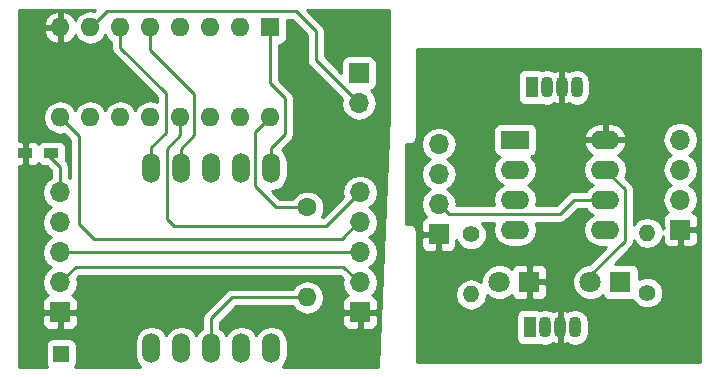
<source format=gbr>
G04 #@! TF.FileFunction,Copper,L2,Bot,Signal*
%FSLAX46Y46*%
G04 Gerber Fmt 4.6, Leading zero omitted, Abs format (unit mm)*
G04 Created by KiCad (PCBNEW 4.0.7) date 12/08/18 06:10:40*
%MOMM*%
%LPD*%
G01*
G04 APERTURE LIST*
%ADD10C,0.100000*%
%ADD11R,1.700000X1.700000*%
%ADD12O,1.700000X1.700000*%
%ADD13R,1.600000X1.600000*%
%ADD14O,1.600000X1.600000*%
%ADD15O,1.524000X2.524000*%
%ADD16R,1.200000X0.900000*%
%ADD17C,1.600000*%
%ADD18R,1.350000X1.350000*%
%ADD19R,2.400000X1.600000*%
%ADD20O,2.400000X1.600000*%
%ADD21R,1.800000X1.800000*%
%ADD22C,1.800000*%
%ADD23C,1.400000*%
%ADD24O,1.400000X1.400000*%
%ADD25R,1.070000X1.800000*%
%ADD26O,1.070000X1.800000*%
%ADD27C,0.250000*%
%ADD28C,0.254000*%
G04 APERTURE END LIST*
D10*
D11*
X100584000Y-28498800D03*
D12*
X100584000Y-31038800D03*
D11*
X100685600Y-48768000D03*
D12*
X100685600Y-46228000D03*
X100685600Y-43688000D03*
X100685600Y-41148000D03*
X100685600Y-38608000D03*
D13*
X93065600Y-24638000D03*
D14*
X75285600Y-32258000D03*
X90525600Y-24638000D03*
X77825600Y-32258000D03*
X87985600Y-24638000D03*
X80365600Y-32258000D03*
X85445600Y-24638000D03*
X82905600Y-32258000D03*
X82905600Y-24638000D03*
X85445600Y-32258000D03*
X80365600Y-24638000D03*
X87985600Y-32258000D03*
X77825600Y-24638000D03*
X90525600Y-32258000D03*
X75285600Y-24638000D03*
X93065600Y-32258000D03*
D15*
X83007200Y-51816000D03*
X85547200Y-51816000D03*
X88087200Y-51816000D03*
X90627200Y-51816000D03*
X93167200Y-51816000D03*
X93167200Y-36576000D03*
X90627200Y-36576000D03*
X88087200Y-36576000D03*
X85547200Y-36576000D03*
X83007200Y-36576000D03*
D11*
X75285600Y-48768000D03*
D12*
X75285600Y-46228000D03*
X75285600Y-43688000D03*
X75285600Y-41148000D03*
X75285600Y-38608000D03*
D16*
X72356800Y-35306000D03*
X74556800Y-35306000D03*
D17*
X96215200Y-39878000D03*
D14*
X96215200Y-47498000D03*
D18*
X75387200Y-52273200D03*
D19*
X113817400Y-34137600D03*
D20*
X121437400Y-41757600D03*
X113817400Y-36677600D03*
X121437400Y-39217600D03*
X113817400Y-39217600D03*
X121437400Y-36677600D03*
X113817400Y-41757600D03*
X121437400Y-34137600D03*
D11*
X107340400Y-42138600D03*
D12*
X107340400Y-39598600D03*
X107340400Y-37058600D03*
X107340400Y-34518600D03*
D21*
X122732800Y-46177200D03*
D22*
X120192800Y-46177200D03*
D21*
X115011200Y-46177200D03*
D22*
X112471200Y-46177200D03*
D11*
X127787400Y-41757600D03*
D12*
X127787400Y-39217600D03*
X127787400Y-36677600D03*
X127787400Y-34137600D03*
D23*
X125018800Y-47091600D03*
D24*
X125018800Y-42011600D03*
D23*
X110083600Y-42164000D03*
D24*
X110083600Y-47244000D03*
D25*
X115214400Y-29692600D03*
D26*
X116484400Y-29692600D03*
X117754400Y-29692600D03*
X119024400Y-29692600D03*
D25*
X115087400Y-50012600D03*
D26*
X116357400Y-50012600D03*
X117627400Y-50012600D03*
X118897400Y-50012600D03*
D27*
X100685600Y-43688000D02*
X75285600Y-43688000D01*
X100685600Y-46228000D02*
X100584000Y-46228000D01*
X100584000Y-46228000D02*
X99263200Y-44907200D01*
X99263200Y-44907200D02*
X76606400Y-44907200D01*
X76606400Y-44907200D02*
X75285600Y-46228000D01*
X96215200Y-39878000D02*
X93573600Y-39878000D01*
X91795600Y-33528000D02*
X93065600Y-32258000D01*
X91795600Y-38100000D02*
X91795600Y-33528000D01*
X93573600Y-39878000D02*
X91795600Y-38100000D01*
X77825600Y-24638000D02*
X77876400Y-24638000D01*
X77876400Y-24638000D02*
X79248000Y-23266400D01*
X79248000Y-23266400D02*
X95250000Y-23266400D01*
X95250000Y-23266400D02*
X96926400Y-24942800D01*
X96926400Y-24942800D02*
X96926400Y-27381200D01*
X96926400Y-27381200D02*
X100584000Y-31038800D01*
X100685600Y-41148000D02*
X100533200Y-41148000D01*
X100533200Y-41148000D02*
X99161600Y-42519600D01*
X99161600Y-42519600D02*
X78130400Y-42519600D01*
X78130400Y-42519600D02*
X76860400Y-41249600D01*
X76860400Y-41249600D02*
X76860400Y-33832800D01*
X76860400Y-33832800D02*
X75285600Y-32258000D01*
X75285600Y-32258000D02*
X75285600Y-32918400D01*
X93167200Y-36576000D02*
X93167200Y-34848800D01*
X93065600Y-29362400D02*
X93065600Y-24638000D01*
X94335600Y-30632400D02*
X93065600Y-29362400D01*
X94335600Y-33680400D02*
X94335600Y-30632400D01*
X93167200Y-34848800D02*
X94335600Y-33680400D01*
X85547200Y-36576000D02*
X85547200Y-34899600D01*
X82905600Y-26517600D02*
X82905600Y-24638000D01*
X86664800Y-30276800D02*
X82905600Y-26517600D01*
X86664800Y-33782000D02*
X86664800Y-30276800D01*
X85547200Y-34899600D02*
X86664800Y-33782000D01*
X83007200Y-36576000D02*
X83007200Y-34798000D01*
X80365600Y-26365200D02*
X80365600Y-24638000D01*
X84226400Y-30226000D02*
X80365600Y-26365200D01*
X84226400Y-33578800D02*
X84226400Y-30226000D01*
X83007200Y-34798000D02*
X84226400Y-33578800D01*
X100685600Y-38608000D02*
X97840800Y-41452800D01*
X85445600Y-33782000D02*
X85445600Y-32258000D01*
X84328000Y-34899600D02*
X85445600Y-33782000D01*
X84328000Y-40843200D02*
X84328000Y-34899600D01*
X84937600Y-41452800D02*
X84328000Y-40843200D01*
X97840800Y-41452800D02*
X84937600Y-41452800D01*
X75285600Y-38608000D02*
X75285600Y-36435600D01*
X75285600Y-36435600D02*
X74257600Y-35407600D01*
X96215200Y-47498000D02*
X89865200Y-47498000D01*
X88087200Y-49276000D02*
X88087200Y-51816000D01*
X89865200Y-47498000D02*
X88087200Y-49276000D01*
X88087200Y-36576000D02*
X88087200Y-36017200D01*
X120091200Y-46177200D02*
X120091200Y-45720000D01*
X120091200Y-45720000D02*
X123088400Y-42722800D01*
X123088400Y-42722800D02*
X123088400Y-38328600D01*
X123088400Y-38328600D02*
X121437400Y-36677600D01*
X121437400Y-36677600D02*
X121920000Y-36677600D01*
X121437400Y-39217600D02*
X118821200Y-39217600D01*
X108178600Y-40436800D02*
X107340400Y-39598600D01*
X117602000Y-40436800D02*
X108178600Y-40436800D01*
X118821200Y-39217600D02*
X117602000Y-40436800D01*
D28*
G36*
X78191858Y-23247740D02*
X77825600Y-23174887D01*
X77276449Y-23284120D01*
X76810902Y-23595189D01*
X76540614Y-23999703D01*
X76437989Y-23782866D01*
X76023023Y-23406959D01*
X75634639Y-23246096D01*
X75412600Y-23368085D01*
X75412600Y-24511000D01*
X75432600Y-24511000D01*
X75432600Y-24765000D01*
X75412600Y-24765000D01*
X75412600Y-25907915D01*
X75634639Y-26029904D01*
X76023023Y-25869041D01*
X76437989Y-25493134D01*
X76540614Y-25276297D01*
X76810902Y-25680811D01*
X77276449Y-25991880D01*
X77825600Y-26101113D01*
X78374751Y-25991880D01*
X78840298Y-25680811D01*
X79095600Y-25298725D01*
X79350902Y-25680811D01*
X79605600Y-25850995D01*
X79605600Y-26365200D01*
X79663452Y-26656039D01*
X79828199Y-26902601D01*
X83466400Y-30540802D01*
X83466400Y-30911904D01*
X83454751Y-30904120D01*
X82905600Y-30794887D01*
X82356449Y-30904120D01*
X81890902Y-31215189D01*
X81635600Y-31597275D01*
X81380298Y-31215189D01*
X80914751Y-30904120D01*
X80365600Y-30794887D01*
X79816449Y-30904120D01*
X79350902Y-31215189D01*
X79095600Y-31597275D01*
X78840298Y-31215189D01*
X78374751Y-30904120D01*
X77825600Y-30794887D01*
X77276449Y-30904120D01*
X76810902Y-31215189D01*
X76555600Y-31597275D01*
X76300298Y-31215189D01*
X75834751Y-30904120D01*
X75285600Y-30794887D01*
X74736449Y-30904120D01*
X74270902Y-31215189D01*
X73959833Y-31680736D01*
X73850600Y-32229887D01*
X73850600Y-32286113D01*
X73959833Y-32835264D01*
X74270902Y-33300811D01*
X74736449Y-33611880D01*
X75285600Y-33721113D01*
X75609486Y-33656688D01*
X76100400Y-34147602D01*
X76100400Y-37381315D01*
X76045600Y-37344699D01*
X76045600Y-36435600D01*
X75987748Y-36144761D01*
X75823001Y-35898199D01*
X75783453Y-35858651D01*
X75804240Y-35756000D01*
X75804240Y-34856000D01*
X75759962Y-34620683D01*
X75620890Y-34404559D01*
X75408690Y-34259569D01*
X75156800Y-34208560D01*
X73956800Y-34208560D01*
X73721483Y-34252838D01*
X73505359Y-34391910D01*
X73458831Y-34460006D01*
X73316498Y-34317673D01*
X73083109Y-34221000D01*
X72642550Y-34221000D01*
X72483800Y-34379750D01*
X72483800Y-35179000D01*
X72503800Y-35179000D01*
X72503800Y-35433000D01*
X72483800Y-35433000D01*
X72483800Y-36232250D01*
X72642550Y-36391000D01*
X73083109Y-36391000D01*
X73316498Y-36294327D01*
X73457736Y-36153090D01*
X73492710Y-36207441D01*
X73704910Y-36352431D01*
X73956800Y-36403440D01*
X74178638Y-36403440D01*
X74525600Y-36750402D01*
X74525600Y-37344699D01*
X74206453Y-37557946D01*
X73884546Y-38039715D01*
X73771507Y-38608000D01*
X73884546Y-39176285D01*
X74206453Y-39658054D01*
X74535626Y-39878000D01*
X74206453Y-40097946D01*
X73884546Y-40579715D01*
X73771507Y-41148000D01*
X73884546Y-41716285D01*
X74206453Y-42198054D01*
X74535626Y-42418000D01*
X74206453Y-42637946D01*
X73884546Y-43119715D01*
X73771507Y-43688000D01*
X73884546Y-44256285D01*
X74206453Y-44738054D01*
X74535626Y-44958000D01*
X74206453Y-45177946D01*
X73884546Y-45659715D01*
X73771507Y-46228000D01*
X73884546Y-46796285D01*
X74206453Y-47278054D01*
X74250377Y-47307403D01*
X74075902Y-47379673D01*
X73897273Y-47558301D01*
X73800600Y-47791690D01*
X73800600Y-48482250D01*
X73959350Y-48641000D01*
X75158600Y-48641000D01*
X75158600Y-48621000D01*
X75412600Y-48621000D01*
X75412600Y-48641000D01*
X76611850Y-48641000D01*
X76770600Y-48482250D01*
X76770600Y-47791690D01*
X76673927Y-47558301D01*
X76495298Y-47379673D01*
X76320823Y-47307403D01*
X76364747Y-47278054D01*
X76686654Y-46796285D01*
X76799693Y-46228000D01*
X76726810Y-45861592D01*
X76921202Y-45667200D01*
X98948398Y-45667200D01*
X99227534Y-45946336D01*
X99171507Y-46228000D01*
X99284546Y-46796285D01*
X99606453Y-47278054D01*
X99650377Y-47307403D01*
X99475902Y-47379673D01*
X99297273Y-47558301D01*
X99200600Y-47791690D01*
X99200600Y-48482250D01*
X99359350Y-48641000D01*
X100558600Y-48641000D01*
X100558600Y-48621000D01*
X100812600Y-48621000D01*
X100812600Y-48641000D01*
X102011850Y-48641000D01*
X102170600Y-48482250D01*
X102170600Y-47791690D01*
X102073927Y-47558301D01*
X101895298Y-47379673D01*
X101720823Y-47307403D01*
X101764747Y-47278054D01*
X102086654Y-46796285D01*
X102199693Y-46228000D01*
X102086654Y-45659715D01*
X101764747Y-45177946D01*
X101435574Y-44958000D01*
X101764747Y-44738054D01*
X102086654Y-44256285D01*
X102199693Y-43688000D01*
X102086654Y-43119715D01*
X101764747Y-42637946D01*
X101435574Y-42418000D01*
X101764747Y-42198054D01*
X102086654Y-41716285D01*
X102199693Y-41148000D01*
X102086654Y-40579715D01*
X101764747Y-40097946D01*
X101435574Y-39878000D01*
X101764747Y-39658054D01*
X102086654Y-39176285D01*
X102199693Y-38608000D01*
X102086654Y-38039715D01*
X101764747Y-37557946D01*
X101282978Y-37236039D01*
X100714693Y-37123000D01*
X100656507Y-37123000D01*
X100088222Y-37236039D01*
X99606453Y-37557946D01*
X99284546Y-38039715D01*
X99171507Y-38608000D01*
X99244390Y-38974408D01*
X97525998Y-40692800D01*
X97430145Y-40692800D01*
X97431024Y-40691923D01*
X97649950Y-40164691D01*
X97650448Y-39593813D01*
X97432443Y-39066200D01*
X97029123Y-38662176D01*
X96501891Y-38443250D01*
X95931013Y-38442752D01*
X95403400Y-38660757D01*
X94999376Y-39064077D01*
X94976985Y-39118000D01*
X93888402Y-39118000D01*
X93261757Y-38491355D01*
X93701809Y-38403824D01*
X94155028Y-38100992D01*
X94457860Y-37647773D01*
X94564200Y-37113164D01*
X94564200Y-36038836D01*
X94457860Y-35504227D01*
X94155028Y-35051008D01*
X94085950Y-35004852D01*
X94873001Y-34217801D01*
X95037748Y-33971239D01*
X95095600Y-33680400D01*
X95095600Y-30632400D01*
X95082718Y-30567640D01*
X95037748Y-30341560D01*
X94873001Y-30094999D01*
X93825600Y-29047598D01*
X93825600Y-26085440D01*
X93865600Y-26085440D01*
X94100917Y-26041162D01*
X94317041Y-25902090D01*
X94462031Y-25689890D01*
X94513040Y-25438000D01*
X94513040Y-24026400D01*
X94935198Y-24026400D01*
X96166400Y-25257602D01*
X96166400Y-27381200D01*
X96224252Y-27672039D01*
X96388999Y-27918601D01*
X99142790Y-30672392D01*
X99069907Y-31038800D01*
X99182946Y-31607085D01*
X99504853Y-32088854D01*
X99986622Y-32410761D01*
X100554907Y-32523800D01*
X100613093Y-32523800D01*
X101181378Y-32410761D01*
X101663147Y-32088854D01*
X101985054Y-31607085D01*
X102098093Y-31038800D01*
X101985054Y-30470515D01*
X101663147Y-29988746D01*
X101621548Y-29960950D01*
X101669317Y-29951962D01*
X101885441Y-29812890D01*
X102030431Y-29600690D01*
X102081440Y-29348800D01*
X102081440Y-27648800D01*
X102037162Y-27413483D01*
X101898090Y-27197359D01*
X101685890Y-27052369D01*
X101434000Y-27001360D01*
X99734000Y-27001360D01*
X99498683Y-27045638D01*
X99282559Y-27184710D01*
X99137569Y-27396910D01*
X99086560Y-27648800D01*
X99086560Y-28466558D01*
X97686400Y-27066398D01*
X97686400Y-24942800D01*
X97628548Y-24651961D01*
X97463801Y-24405399D01*
X96222002Y-23163600D01*
X103176000Y-23163600D01*
X103176000Y-32019432D01*
X102195689Y-53341200D01*
X94154717Y-53341200D01*
X94155028Y-53340992D01*
X94457860Y-52887773D01*
X94564200Y-52353164D01*
X94564200Y-51278836D01*
X94457860Y-50744227D01*
X94155028Y-50291008D01*
X93701809Y-49988176D01*
X93167200Y-49881836D01*
X92632591Y-49988176D01*
X92179372Y-50291008D01*
X91897200Y-50713307D01*
X91615028Y-50291008D01*
X91161809Y-49988176D01*
X90627200Y-49881836D01*
X90092591Y-49988176D01*
X89639372Y-50291008D01*
X89357200Y-50713307D01*
X89075028Y-50291008D01*
X88847200Y-50138778D01*
X88847200Y-49590802D01*
X89384252Y-49053750D01*
X99200600Y-49053750D01*
X99200600Y-49744310D01*
X99297273Y-49977699D01*
X99475902Y-50156327D01*
X99709291Y-50253000D01*
X100399850Y-50253000D01*
X100558600Y-50094250D01*
X100558600Y-48895000D01*
X100812600Y-48895000D01*
X100812600Y-50094250D01*
X100971350Y-50253000D01*
X101661909Y-50253000D01*
X101895298Y-50156327D01*
X102073927Y-49977699D01*
X102170600Y-49744310D01*
X102170600Y-49053750D01*
X102011850Y-48895000D01*
X100812600Y-48895000D01*
X100558600Y-48895000D01*
X99359350Y-48895000D01*
X99200600Y-49053750D01*
X89384252Y-49053750D01*
X90180002Y-48258000D01*
X95011533Y-48258000D01*
X95200502Y-48540811D01*
X95666049Y-48851880D01*
X96215200Y-48961113D01*
X96764351Y-48851880D01*
X97229898Y-48540811D01*
X97540967Y-48075264D01*
X97650200Y-47526113D01*
X97650200Y-47469887D01*
X97540967Y-46920736D01*
X97229898Y-46455189D01*
X96764351Y-46144120D01*
X96215200Y-46034887D01*
X95666049Y-46144120D01*
X95200502Y-46455189D01*
X95011533Y-46738000D01*
X89865200Y-46738000D01*
X89574361Y-46795852D01*
X89327799Y-46960599D01*
X87549799Y-48738599D01*
X87385052Y-48985161D01*
X87327200Y-49276000D01*
X87327200Y-50138778D01*
X87099372Y-50291008D01*
X86817200Y-50713307D01*
X86535028Y-50291008D01*
X86081809Y-49988176D01*
X85547200Y-49881836D01*
X85012591Y-49988176D01*
X84559372Y-50291008D01*
X84277200Y-50713307D01*
X83995028Y-50291008D01*
X83541809Y-49988176D01*
X83007200Y-49881836D01*
X82472591Y-49988176D01*
X82019372Y-50291008D01*
X81716540Y-50744227D01*
X81610200Y-51278836D01*
X81610200Y-52353164D01*
X81716540Y-52887773D01*
X82019372Y-53340992D01*
X82019683Y-53341200D01*
X76562215Y-53341200D01*
X76658631Y-53200090D01*
X76709640Y-52948200D01*
X76709640Y-51598200D01*
X76665362Y-51362883D01*
X76526290Y-51146759D01*
X76314090Y-51001769D01*
X76062200Y-50950760D01*
X74712200Y-50950760D01*
X74476883Y-50995038D01*
X74260759Y-51134110D01*
X74115769Y-51346310D01*
X74064760Y-51598200D01*
X74064760Y-52948200D01*
X74109038Y-53183517D01*
X74210504Y-53341200D01*
X71779200Y-53341200D01*
X71779200Y-49053750D01*
X73800600Y-49053750D01*
X73800600Y-49744310D01*
X73897273Y-49977699D01*
X74075902Y-50156327D01*
X74309291Y-50253000D01*
X74999850Y-50253000D01*
X75158600Y-50094250D01*
X75158600Y-48895000D01*
X75412600Y-48895000D01*
X75412600Y-50094250D01*
X75571350Y-50253000D01*
X76261909Y-50253000D01*
X76495298Y-50156327D01*
X76673927Y-49977699D01*
X76770600Y-49744310D01*
X76770600Y-49053750D01*
X76611850Y-48895000D01*
X75412600Y-48895000D01*
X75158600Y-48895000D01*
X73959350Y-48895000D01*
X73800600Y-49053750D01*
X71779200Y-49053750D01*
X71779200Y-36391000D01*
X72071050Y-36391000D01*
X72229800Y-36232250D01*
X72229800Y-35433000D01*
X72209800Y-35433000D01*
X72209800Y-35179000D01*
X72229800Y-35179000D01*
X72229800Y-34379750D01*
X72071050Y-34221000D01*
X71779200Y-34221000D01*
X71779200Y-24987041D01*
X73893686Y-24987041D01*
X74133211Y-25493134D01*
X74548177Y-25869041D01*
X74936561Y-26029904D01*
X75158600Y-25907915D01*
X75158600Y-24765000D01*
X74014971Y-24765000D01*
X73893686Y-24987041D01*
X71779200Y-24987041D01*
X71779200Y-24288959D01*
X73893686Y-24288959D01*
X74014971Y-24511000D01*
X75158600Y-24511000D01*
X75158600Y-23368085D01*
X74936561Y-23246096D01*
X74548177Y-23406959D01*
X74133211Y-23782866D01*
X73893686Y-24288959D01*
X71779200Y-24288959D01*
X71779200Y-23163600D01*
X78275998Y-23163600D01*
X78191858Y-23247740D01*
X78191858Y-23247740D01*
G37*
X78191858Y-23247740D02*
X77825600Y-23174887D01*
X77276449Y-23284120D01*
X76810902Y-23595189D01*
X76540614Y-23999703D01*
X76437989Y-23782866D01*
X76023023Y-23406959D01*
X75634639Y-23246096D01*
X75412600Y-23368085D01*
X75412600Y-24511000D01*
X75432600Y-24511000D01*
X75432600Y-24765000D01*
X75412600Y-24765000D01*
X75412600Y-25907915D01*
X75634639Y-26029904D01*
X76023023Y-25869041D01*
X76437989Y-25493134D01*
X76540614Y-25276297D01*
X76810902Y-25680811D01*
X77276449Y-25991880D01*
X77825600Y-26101113D01*
X78374751Y-25991880D01*
X78840298Y-25680811D01*
X79095600Y-25298725D01*
X79350902Y-25680811D01*
X79605600Y-25850995D01*
X79605600Y-26365200D01*
X79663452Y-26656039D01*
X79828199Y-26902601D01*
X83466400Y-30540802D01*
X83466400Y-30911904D01*
X83454751Y-30904120D01*
X82905600Y-30794887D01*
X82356449Y-30904120D01*
X81890902Y-31215189D01*
X81635600Y-31597275D01*
X81380298Y-31215189D01*
X80914751Y-30904120D01*
X80365600Y-30794887D01*
X79816449Y-30904120D01*
X79350902Y-31215189D01*
X79095600Y-31597275D01*
X78840298Y-31215189D01*
X78374751Y-30904120D01*
X77825600Y-30794887D01*
X77276449Y-30904120D01*
X76810902Y-31215189D01*
X76555600Y-31597275D01*
X76300298Y-31215189D01*
X75834751Y-30904120D01*
X75285600Y-30794887D01*
X74736449Y-30904120D01*
X74270902Y-31215189D01*
X73959833Y-31680736D01*
X73850600Y-32229887D01*
X73850600Y-32286113D01*
X73959833Y-32835264D01*
X74270902Y-33300811D01*
X74736449Y-33611880D01*
X75285600Y-33721113D01*
X75609486Y-33656688D01*
X76100400Y-34147602D01*
X76100400Y-37381315D01*
X76045600Y-37344699D01*
X76045600Y-36435600D01*
X75987748Y-36144761D01*
X75823001Y-35898199D01*
X75783453Y-35858651D01*
X75804240Y-35756000D01*
X75804240Y-34856000D01*
X75759962Y-34620683D01*
X75620890Y-34404559D01*
X75408690Y-34259569D01*
X75156800Y-34208560D01*
X73956800Y-34208560D01*
X73721483Y-34252838D01*
X73505359Y-34391910D01*
X73458831Y-34460006D01*
X73316498Y-34317673D01*
X73083109Y-34221000D01*
X72642550Y-34221000D01*
X72483800Y-34379750D01*
X72483800Y-35179000D01*
X72503800Y-35179000D01*
X72503800Y-35433000D01*
X72483800Y-35433000D01*
X72483800Y-36232250D01*
X72642550Y-36391000D01*
X73083109Y-36391000D01*
X73316498Y-36294327D01*
X73457736Y-36153090D01*
X73492710Y-36207441D01*
X73704910Y-36352431D01*
X73956800Y-36403440D01*
X74178638Y-36403440D01*
X74525600Y-36750402D01*
X74525600Y-37344699D01*
X74206453Y-37557946D01*
X73884546Y-38039715D01*
X73771507Y-38608000D01*
X73884546Y-39176285D01*
X74206453Y-39658054D01*
X74535626Y-39878000D01*
X74206453Y-40097946D01*
X73884546Y-40579715D01*
X73771507Y-41148000D01*
X73884546Y-41716285D01*
X74206453Y-42198054D01*
X74535626Y-42418000D01*
X74206453Y-42637946D01*
X73884546Y-43119715D01*
X73771507Y-43688000D01*
X73884546Y-44256285D01*
X74206453Y-44738054D01*
X74535626Y-44958000D01*
X74206453Y-45177946D01*
X73884546Y-45659715D01*
X73771507Y-46228000D01*
X73884546Y-46796285D01*
X74206453Y-47278054D01*
X74250377Y-47307403D01*
X74075902Y-47379673D01*
X73897273Y-47558301D01*
X73800600Y-47791690D01*
X73800600Y-48482250D01*
X73959350Y-48641000D01*
X75158600Y-48641000D01*
X75158600Y-48621000D01*
X75412600Y-48621000D01*
X75412600Y-48641000D01*
X76611850Y-48641000D01*
X76770600Y-48482250D01*
X76770600Y-47791690D01*
X76673927Y-47558301D01*
X76495298Y-47379673D01*
X76320823Y-47307403D01*
X76364747Y-47278054D01*
X76686654Y-46796285D01*
X76799693Y-46228000D01*
X76726810Y-45861592D01*
X76921202Y-45667200D01*
X98948398Y-45667200D01*
X99227534Y-45946336D01*
X99171507Y-46228000D01*
X99284546Y-46796285D01*
X99606453Y-47278054D01*
X99650377Y-47307403D01*
X99475902Y-47379673D01*
X99297273Y-47558301D01*
X99200600Y-47791690D01*
X99200600Y-48482250D01*
X99359350Y-48641000D01*
X100558600Y-48641000D01*
X100558600Y-48621000D01*
X100812600Y-48621000D01*
X100812600Y-48641000D01*
X102011850Y-48641000D01*
X102170600Y-48482250D01*
X102170600Y-47791690D01*
X102073927Y-47558301D01*
X101895298Y-47379673D01*
X101720823Y-47307403D01*
X101764747Y-47278054D01*
X102086654Y-46796285D01*
X102199693Y-46228000D01*
X102086654Y-45659715D01*
X101764747Y-45177946D01*
X101435574Y-44958000D01*
X101764747Y-44738054D01*
X102086654Y-44256285D01*
X102199693Y-43688000D01*
X102086654Y-43119715D01*
X101764747Y-42637946D01*
X101435574Y-42418000D01*
X101764747Y-42198054D01*
X102086654Y-41716285D01*
X102199693Y-41148000D01*
X102086654Y-40579715D01*
X101764747Y-40097946D01*
X101435574Y-39878000D01*
X101764747Y-39658054D01*
X102086654Y-39176285D01*
X102199693Y-38608000D01*
X102086654Y-38039715D01*
X101764747Y-37557946D01*
X101282978Y-37236039D01*
X100714693Y-37123000D01*
X100656507Y-37123000D01*
X100088222Y-37236039D01*
X99606453Y-37557946D01*
X99284546Y-38039715D01*
X99171507Y-38608000D01*
X99244390Y-38974408D01*
X97525998Y-40692800D01*
X97430145Y-40692800D01*
X97431024Y-40691923D01*
X97649950Y-40164691D01*
X97650448Y-39593813D01*
X97432443Y-39066200D01*
X97029123Y-38662176D01*
X96501891Y-38443250D01*
X95931013Y-38442752D01*
X95403400Y-38660757D01*
X94999376Y-39064077D01*
X94976985Y-39118000D01*
X93888402Y-39118000D01*
X93261757Y-38491355D01*
X93701809Y-38403824D01*
X94155028Y-38100992D01*
X94457860Y-37647773D01*
X94564200Y-37113164D01*
X94564200Y-36038836D01*
X94457860Y-35504227D01*
X94155028Y-35051008D01*
X94085950Y-35004852D01*
X94873001Y-34217801D01*
X95037748Y-33971239D01*
X95095600Y-33680400D01*
X95095600Y-30632400D01*
X95082718Y-30567640D01*
X95037748Y-30341560D01*
X94873001Y-30094999D01*
X93825600Y-29047598D01*
X93825600Y-26085440D01*
X93865600Y-26085440D01*
X94100917Y-26041162D01*
X94317041Y-25902090D01*
X94462031Y-25689890D01*
X94513040Y-25438000D01*
X94513040Y-24026400D01*
X94935198Y-24026400D01*
X96166400Y-25257602D01*
X96166400Y-27381200D01*
X96224252Y-27672039D01*
X96388999Y-27918601D01*
X99142790Y-30672392D01*
X99069907Y-31038800D01*
X99182946Y-31607085D01*
X99504853Y-32088854D01*
X99986622Y-32410761D01*
X100554907Y-32523800D01*
X100613093Y-32523800D01*
X101181378Y-32410761D01*
X101663147Y-32088854D01*
X101985054Y-31607085D01*
X102098093Y-31038800D01*
X101985054Y-30470515D01*
X101663147Y-29988746D01*
X101621548Y-29960950D01*
X101669317Y-29951962D01*
X101885441Y-29812890D01*
X102030431Y-29600690D01*
X102081440Y-29348800D01*
X102081440Y-27648800D01*
X102037162Y-27413483D01*
X101898090Y-27197359D01*
X101685890Y-27052369D01*
X101434000Y-27001360D01*
X99734000Y-27001360D01*
X99498683Y-27045638D01*
X99282559Y-27184710D01*
X99137569Y-27396910D01*
X99086560Y-27648800D01*
X99086560Y-28466558D01*
X97686400Y-27066398D01*
X97686400Y-24942800D01*
X97628548Y-24651961D01*
X97463801Y-24405399D01*
X96222002Y-23163600D01*
X103176000Y-23163600D01*
X103176000Y-32019432D01*
X102195689Y-53341200D01*
X94154717Y-53341200D01*
X94155028Y-53340992D01*
X94457860Y-52887773D01*
X94564200Y-52353164D01*
X94564200Y-51278836D01*
X94457860Y-50744227D01*
X94155028Y-50291008D01*
X93701809Y-49988176D01*
X93167200Y-49881836D01*
X92632591Y-49988176D01*
X92179372Y-50291008D01*
X91897200Y-50713307D01*
X91615028Y-50291008D01*
X91161809Y-49988176D01*
X90627200Y-49881836D01*
X90092591Y-49988176D01*
X89639372Y-50291008D01*
X89357200Y-50713307D01*
X89075028Y-50291008D01*
X88847200Y-50138778D01*
X88847200Y-49590802D01*
X89384252Y-49053750D01*
X99200600Y-49053750D01*
X99200600Y-49744310D01*
X99297273Y-49977699D01*
X99475902Y-50156327D01*
X99709291Y-50253000D01*
X100399850Y-50253000D01*
X100558600Y-50094250D01*
X100558600Y-48895000D01*
X100812600Y-48895000D01*
X100812600Y-50094250D01*
X100971350Y-50253000D01*
X101661909Y-50253000D01*
X101895298Y-50156327D01*
X102073927Y-49977699D01*
X102170600Y-49744310D01*
X102170600Y-49053750D01*
X102011850Y-48895000D01*
X100812600Y-48895000D01*
X100558600Y-48895000D01*
X99359350Y-48895000D01*
X99200600Y-49053750D01*
X89384252Y-49053750D01*
X90180002Y-48258000D01*
X95011533Y-48258000D01*
X95200502Y-48540811D01*
X95666049Y-48851880D01*
X96215200Y-48961113D01*
X96764351Y-48851880D01*
X97229898Y-48540811D01*
X97540967Y-48075264D01*
X97650200Y-47526113D01*
X97650200Y-47469887D01*
X97540967Y-46920736D01*
X97229898Y-46455189D01*
X96764351Y-46144120D01*
X96215200Y-46034887D01*
X95666049Y-46144120D01*
X95200502Y-46455189D01*
X95011533Y-46738000D01*
X89865200Y-46738000D01*
X89574361Y-46795852D01*
X89327799Y-46960599D01*
X87549799Y-48738599D01*
X87385052Y-48985161D01*
X87327200Y-49276000D01*
X87327200Y-50138778D01*
X87099372Y-50291008D01*
X86817200Y-50713307D01*
X86535028Y-50291008D01*
X86081809Y-49988176D01*
X85547200Y-49881836D01*
X85012591Y-49988176D01*
X84559372Y-50291008D01*
X84277200Y-50713307D01*
X83995028Y-50291008D01*
X83541809Y-49988176D01*
X83007200Y-49881836D01*
X82472591Y-49988176D01*
X82019372Y-50291008D01*
X81716540Y-50744227D01*
X81610200Y-51278836D01*
X81610200Y-52353164D01*
X81716540Y-52887773D01*
X82019372Y-53340992D01*
X82019683Y-53341200D01*
X76562215Y-53341200D01*
X76658631Y-53200090D01*
X76709640Y-52948200D01*
X76709640Y-51598200D01*
X76665362Y-51362883D01*
X76526290Y-51146759D01*
X76314090Y-51001769D01*
X76062200Y-50950760D01*
X74712200Y-50950760D01*
X74476883Y-50995038D01*
X74260759Y-51134110D01*
X74115769Y-51346310D01*
X74064760Y-51598200D01*
X74064760Y-52948200D01*
X74109038Y-53183517D01*
X74210504Y-53341200D01*
X71779200Y-53341200D01*
X71779200Y-49053750D01*
X73800600Y-49053750D01*
X73800600Y-49744310D01*
X73897273Y-49977699D01*
X74075902Y-50156327D01*
X74309291Y-50253000D01*
X74999850Y-50253000D01*
X75158600Y-50094250D01*
X75158600Y-48895000D01*
X75412600Y-48895000D01*
X75412600Y-50094250D01*
X75571350Y-50253000D01*
X76261909Y-50253000D01*
X76495298Y-50156327D01*
X76673927Y-49977699D01*
X76770600Y-49744310D01*
X76770600Y-49053750D01*
X76611850Y-48895000D01*
X75412600Y-48895000D01*
X75158600Y-48895000D01*
X73959350Y-48895000D01*
X73800600Y-49053750D01*
X71779200Y-49053750D01*
X71779200Y-36391000D01*
X72071050Y-36391000D01*
X72229800Y-36232250D01*
X72229800Y-35433000D01*
X72209800Y-35433000D01*
X72209800Y-35179000D01*
X72229800Y-35179000D01*
X72229800Y-34379750D01*
X72071050Y-34221000D01*
X71779200Y-34221000D01*
X71779200Y-24987041D01*
X73893686Y-24987041D01*
X74133211Y-25493134D01*
X74548177Y-25869041D01*
X74936561Y-26029904D01*
X75158600Y-25907915D01*
X75158600Y-24765000D01*
X74014971Y-24765000D01*
X73893686Y-24987041D01*
X71779200Y-24987041D01*
X71779200Y-24288959D01*
X73893686Y-24288959D01*
X74014971Y-24511000D01*
X75158600Y-24511000D01*
X75158600Y-23368085D01*
X74936561Y-23246096D01*
X74548177Y-23406959D01*
X74133211Y-23782866D01*
X73893686Y-24288959D01*
X71779200Y-24288959D01*
X71779200Y-23163600D01*
X78275998Y-23163600D01*
X78191858Y-23247740D01*
G36*
X129490400Y-52985600D02*
X105510400Y-52985600D01*
X105510400Y-49112600D01*
X113904960Y-49112600D01*
X113904960Y-50912600D01*
X113949238Y-51147917D01*
X114088310Y-51364041D01*
X114300510Y-51509031D01*
X114552400Y-51560040D01*
X115622400Y-51560040D01*
X115857717Y-51515762D01*
X115904877Y-51485415D01*
X115909660Y-51488611D01*
X116357400Y-51577672D01*
X116805140Y-51488611D01*
X117008166Y-51352954D01*
X117320017Y-51506500D01*
X117500400Y-51380844D01*
X117500400Y-50543410D01*
X117527400Y-50407672D01*
X117527400Y-49617528D01*
X117727400Y-49617528D01*
X117727400Y-50407672D01*
X117754400Y-50543410D01*
X117754400Y-51380844D01*
X117934783Y-51506500D01*
X118246634Y-51352954D01*
X118449660Y-51488611D01*
X118897400Y-51577672D01*
X119345140Y-51488611D01*
X119724715Y-51234987D01*
X119978339Y-50855412D01*
X120067400Y-50407672D01*
X120067400Y-49617528D01*
X119978339Y-49169788D01*
X119724715Y-48790213D01*
X119345140Y-48536589D01*
X118897400Y-48447528D01*
X118449660Y-48536589D01*
X118246634Y-48672246D01*
X117934783Y-48518700D01*
X117754400Y-48644356D01*
X117754400Y-49481790D01*
X117727400Y-49617528D01*
X117527400Y-49617528D01*
X117500400Y-49481790D01*
X117500400Y-48644356D01*
X117320017Y-48518700D01*
X117008166Y-48672246D01*
X116805140Y-48536589D01*
X116357400Y-48447528D01*
X115909660Y-48536589D01*
X115906887Y-48538442D01*
X115874290Y-48516169D01*
X115622400Y-48465160D01*
X114552400Y-48465160D01*
X114317083Y-48509438D01*
X114100959Y-48648510D01*
X113955969Y-48860710D01*
X113904960Y-49112600D01*
X105510400Y-49112600D01*
X105510400Y-47217846D01*
X108748600Y-47217846D01*
X108748600Y-47270154D01*
X108850221Y-47781036D01*
X109139612Y-48214142D01*
X109572718Y-48503533D01*
X110083600Y-48605154D01*
X110594482Y-48503533D01*
X111027588Y-48214142D01*
X111316979Y-47781036D01*
X111414400Y-47291268D01*
X111600557Y-47477751D01*
X112164530Y-47711933D01*
X112775191Y-47712465D01*
X113339571Y-47479268D01*
X113517041Y-47302108D01*
X113572873Y-47436899D01*
X113751502Y-47615527D01*
X113984891Y-47712200D01*
X114725450Y-47712200D01*
X114884200Y-47553450D01*
X114884200Y-46304200D01*
X115138200Y-46304200D01*
X115138200Y-47553450D01*
X115296950Y-47712200D01*
X116037509Y-47712200D01*
X116270898Y-47615527D01*
X116449527Y-47436899D01*
X116546200Y-47203510D01*
X116546200Y-46462950D01*
X116387450Y-46304200D01*
X115138200Y-46304200D01*
X114884200Y-46304200D01*
X114864200Y-46304200D01*
X114864200Y-46050200D01*
X114884200Y-46050200D01*
X114884200Y-44800950D01*
X115138200Y-44800950D01*
X115138200Y-46050200D01*
X116387450Y-46050200D01*
X116546200Y-45891450D01*
X116546200Y-45150890D01*
X116449527Y-44917501D01*
X116270898Y-44738873D01*
X116037509Y-44642200D01*
X115296950Y-44642200D01*
X115138200Y-44800950D01*
X114884200Y-44800950D01*
X114725450Y-44642200D01*
X113984891Y-44642200D01*
X113751502Y-44738873D01*
X113572873Y-44917501D01*
X113517081Y-45052194D01*
X113341843Y-44876649D01*
X112777870Y-44642467D01*
X112167209Y-44641935D01*
X111602829Y-44875132D01*
X111170649Y-45306557D01*
X110936467Y-45870530D01*
X110936169Y-46212774D01*
X110594482Y-45984467D01*
X110083600Y-45882846D01*
X109572718Y-45984467D01*
X109139612Y-46273858D01*
X108850221Y-46706964D01*
X108748600Y-47217846D01*
X105510400Y-47217846D01*
X105510400Y-42424350D01*
X105855400Y-42424350D01*
X105855400Y-43114910D01*
X105952073Y-43348299D01*
X106130702Y-43526927D01*
X106364091Y-43623600D01*
X107054650Y-43623600D01*
X107213400Y-43464850D01*
X107213400Y-42265600D01*
X106014150Y-42265600D01*
X105855400Y-42424350D01*
X105510400Y-42424350D01*
X105510400Y-41960800D01*
X105456354Y-41689095D01*
X105302446Y-41458754D01*
X105072105Y-41304846D01*
X104800400Y-41250800D01*
X104596000Y-41250800D01*
X104596000Y-34542800D01*
X104800400Y-34542800D01*
X104922060Y-34518600D01*
X105826307Y-34518600D01*
X105939346Y-35086885D01*
X106261253Y-35568654D01*
X106590426Y-35788600D01*
X106261253Y-36008546D01*
X105939346Y-36490315D01*
X105826307Y-37058600D01*
X105939346Y-37626885D01*
X106261253Y-38108654D01*
X106590426Y-38328600D01*
X106261253Y-38548546D01*
X105939346Y-39030315D01*
X105826307Y-39598600D01*
X105939346Y-40166885D01*
X106261253Y-40648654D01*
X106305177Y-40678003D01*
X106130702Y-40750273D01*
X105952073Y-40928901D01*
X105855400Y-41162290D01*
X105855400Y-41852850D01*
X106014150Y-42011600D01*
X107213400Y-42011600D01*
X107213400Y-41991600D01*
X107467400Y-41991600D01*
X107467400Y-42011600D01*
X107487400Y-42011600D01*
X107487400Y-42265600D01*
X107467400Y-42265600D01*
X107467400Y-43464850D01*
X107626150Y-43623600D01*
X108316709Y-43623600D01*
X108550098Y-43526927D01*
X108728727Y-43348299D01*
X108825400Y-43114910D01*
X108825400Y-42614813D01*
X108951182Y-42919229D01*
X109326396Y-43295098D01*
X109816887Y-43498768D01*
X110347983Y-43499231D01*
X110838829Y-43296418D01*
X111214698Y-42921204D01*
X111418368Y-42430713D01*
X111418831Y-41899617D01*
X111216018Y-41408771D01*
X111004416Y-41196800D01*
X112063467Y-41196800D01*
X112055683Y-41208449D01*
X111946450Y-41757600D01*
X112055683Y-42306751D01*
X112366752Y-42772298D01*
X112832299Y-43083367D01*
X113381450Y-43192600D01*
X114253350Y-43192600D01*
X114802501Y-43083367D01*
X115268048Y-42772298D01*
X115579117Y-42306751D01*
X115688350Y-41757600D01*
X115579117Y-41208449D01*
X115571333Y-41196800D01*
X117602000Y-41196800D01*
X117892839Y-41138948D01*
X118139401Y-40974201D01*
X119136002Y-39977600D01*
X119816568Y-39977600D01*
X119986752Y-40232298D01*
X120368838Y-40487600D01*
X119986752Y-40742902D01*
X119675683Y-41208449D01*
X119566450Y-41757600D01*
X119675683Y-42306751D01*
X119986752Y-42772298D01*
X120452299Y-43083367D01*
X121001450Y-43192600D01*
X121543798Y-43192600D01*
X120094284Y-44642114D01*
X119888809Y-44641935D01*
X119324429Y-44875132D01*
X118892249Y-45306557D01*
X118658067Y-45870530D01*
X118657535Y-46481191D01*
X118890732Y-47045571D01*
X119322157Y-47477751D01*
X119886130Y-47711933D01*
X120496791Y-47712465D01*
X121061171Y-47479268D01*
X121229413Y-47311320D01*
X121229638Y-47312517D01*
X121368710Y-47528641D01*
X121580910Y-47673631D01*
X121832800Y-47724640D01*
X123632800Y-47724640D01*
X123821244Y-47689182D01*
X123886382Y-47846829D01*
X124261596Y-48222698D01*
X124752087Y-48426368D01*
X125283183Y-48426831D01*
X125774029Y-48224018D01*
X126149898Y-47848804D01*
X126353568Y-47358313D01*
X126354031Y-46827217D01*
X126151218Y-46336371D01*
X125776004Y-45960502D01*
X125285513Y-45756832D01*
X124754417Y-45756369D01*
X124280240Y-45952295D01*
X124280240Y-45277200D01*
X124235962Y-45041883D01*
X124096890Y-44825759D01*
X123884690Y-44680769D01*
X123632800Y-44629760D01*
X122256242Y-44629760D01*
X123625801Y-43260201D01*
X123790548Y-43013639D01*
X123848400Y-42722800D01*
X123848400Y-42642891D01*
X124074812Y-42981742D01*
X124507918Y-43271133D01*
X125018800Y-43372754D01*
X125529682Y-43271133D01*
X125962788Y-42981742D01*
X126252179Y-42548636D01*
X126302400Y-42296159D01*
X126302400Y-42733910D01*
X126399073Y-42967299D01*
X126577702Y-43145927D01*
X126811091Y-43242600D01*
X127501650Y-43242600D01*
X127660400Y-43083850D01*
X127660400Y-41884600D01*
X127914400Y-41884600D01*
X127914400Y-43083850D01*
X128073150Y-43242600D01*
X128763709Y-43242600D01*
X128997098Y-43145927D01*
X129175727Y-42967299D01*
X129272400Y-42733910D01*
X129272400Y-42043350D01*
X129113650Y-41884600D01*
X127914400Y-41884600D01*
X127660400Y-41884600D01*
X127640400Y-41884600D01*
X127640400Y-41630600D01*
X127660400Y-41630600D01*
X127660400Y-41610600D01*
X127914400Y-41610600D01*
X127914400Y-41630600D01*
X129113650Y-41630600D01*
X129272400Y-41471850D01*
X129272400Y-40781290D01*
X129175727Y-40547901D01*
X128997098Y-40369273D01*
X128822623Y-40297003D01*
X128866547Y-40267654D01*
X129188454Y-39785885D01*
X129301493Y-39217600D01*
X129188454Y-38649315D01*
X128866547Y-38167546D01*
X128537374Y-37947600D01*
X128866547Y-37727654D01*
X129188454Y-37245885D01*
X129301493Y-36677600D01*
X129188454Y-36109315D01*
X128866547Y-35627546D01*
X128537374Y-35407600D01*
X128866547Y-35187654D01*
X129188454Y-34705885D01*
X129301493Y-34137600D01*
X129188454Y-33569315D01*
X128866547Y-33087546D01*
X128384778Y-32765639D01*
X127816493Y-32652600D01*
X127758307Y-32652600D01*
X127190022Y-32765639D01*
X126708253Y-33087546D01*
X126386346Y-33569315D01*
X126273307Y-34137600D01*
X126386346Y-34705885D01*
X126708253Y-35187654D01*
X127037426Y-35407600D01*
X126708253Y-35627546D01*
X126386346Y-36109315D01*
X126273307Y-36677600D01*
X126386346Y-37245885D01*
X126708253Y-37727654D01*
X127037426Y-37947600D01*
X126708253Y-38167546D01*
X126386346Y-38649315D01*
X126273307Y-39217600D01*
X126386346Y-39785885D01*
X126708253Y-40267654D01*
X126752177Y-40297003D01*
X126577702Y-40369273D01*
X126399073Y-40547901D01*
X126302400Y-40781290D01*
X126302400Y-41471850D01*
X126461148Y-41630598D01*
X126302400Y-41630598D01*
X126302400Y-41727041D01*
X126252179Y-41474564D01*
X125962788Y-41041458D01*
X125529682Y-40752067D01*
X125018800Y-40650446D01*
X124507918Y-40752067D01*
X124074812Y-41041458D01*
X123848400Y-41380309D01*
X123848400Y-38328600D01*
X123790548Y-38037761D01*
X123625801Y-37791199D01*
X123143936Y-37309334D01*
X123199117Y-37226751D01*
X123308350Y-36677600D01*
X123199117Y-36128449D01*
X122888048Y-35662902D01*
X122509693Y-35410093D01*
X122941900Y-35062496D01*
X123211767Y-34569419D01*
X123229304Y-34486639D01*
X123107315Y-34264600D01*
X121564400Y-34264600D01*
X121564400Y-34284600D01*
X121310400Y-34284600D01*
X121310400Y-34264600D01*
X119767485Y-34264600D01*
X119645496Y-34486639D01*
X119663033Y-34569419D01*
X119932900Y-35062496D01*
X120365107Y-35410093D01*
X119986752Y-35662902D01*
X119675683Y-36128449D01*
X119566450Y-36677600D01*
X119675683Y-37226751D01*
X119986752Y-37692298D01*
X120368838Y-37947600D01*
X119986752Y-38202902D01*
X119816568Y-38457600D01*
X118821200Y-38457600D01*
X118530360Y-38515452D01*
X118283799Y-38680199D01*
X117287198Y-39676800D01*
X115597009Y-39676800D01*
X115688350Y-39217600D01*
X115579117Y-38668449D01*
X115268048Y-38202902D01*
X114885962Y-37947600D01*
X115268048Y-37692298D01*
X115579117Y-37226751D01*
X115688350Y-36677600D01*
X115579117Y-36128449D01*
X115268048Y-35662902D01*
X115122050Y-35565349D01*
X115252717Y-35540762D01*
X115468841Y-35401690D01*
X115613831Y-35189490D01*
X115664840Y-34937600D01*
X115664840Y-33788561D01*
X119645496Y-33788561D01*
X119767485Y-34010600D01*
X121310400Y-34010600D01*
X121310400Y-32702600D01*
X121564400Y-32702600D01*
X121564400Y-34010600D01*
X123107315Y-34010600D01*
X123229304Y-33788561D01*
X123211767Y-33705781D01*
X122941900Y-33212704D01*
X122503883Y-32860434D01*
X121964400Y-32702600D01*
X121564400Y-32702600D01*
X121310400Y-32702600D01*
X120910400Y-32702600D01*
X120370917Y-32860434D01*
X119932900Y-33212704D01*
X119663033Y-33705781D01*
X119645496Y-33788561D01*
X115664840Y-33788561D01*
X115664840Y-33337600D01*
X115620562Y-33102283D01*
X115481490Y-32886159D01*
X115269290Y-32741169D01*
X115017400Y-32690160D01*
X112617400Y-32690160D01*
X112382083Y-32734438D01*
X112165959Y-32873510D01*
X112020969Y-33085710D01*
X111969960Y-33337600D01*
X111969960Y-34937600D01*
X112014238Y-35172917D01*
X112153310Y-35389041D01*
X112365510Y-35534031D01*
X112514474Y-35564197D01*
X112366752Y-35662902D01*
X112055683Y-36128449D01*
X111946450Y-36677600D01*
X112055683Y-37226751D01*
X112366752Y-37692298D01*
X112748838Y-37947600D01*
X112366752Y-38202902D01*
X112055683Y-38668449D01*
X111946450Y-39217600D01*
X112037791Y-39676800D01*
X108838938Y-39676800D01*
X108854493Y-39598600D01*
X108741454Y-39030315D01*
X108419547Y-38548546D01*
X108090374Y-38328600D01*
X108419547Y-38108654D01*
X108741454Y-37626885D01*
X108854493Y-37058600D01*
X108741454Y-36490315D01*
X108419547Y-36008546D01*
X108090374Y-35788600D01*
X108419547Y-35568654D01*
X108741454Y-35086885D01*
X108854493Y-34518600D01*
X108741454Y-33950315D01*
X108419547Y-33468546D01*
X107937778Y-33146639D01*
X107369493Y-33033600D01*
X107311307Y-33033600D01*
X106743022Y-33146639D01*
X106261253Y-33468546D01*
X105939346Y-33950315D01*
X105826307Y-34518600D01*
X104922060Y-34518600D01*
X105072105Y-34488754D01*
X105302446Y-34334846D01*
X105456354Y-34104505D01*
X105510400Y-33832800D01*
X105510400Y-28792600D01*
X114031960Y-28792600D01*
X114031960Y-30592600D01*
X114076238Y-30827917D01*
X114215310Y-31044041D01*
X114427510Y-31189031D01*
X114679400Y-31240040D01*
X115749400Y-31240040D01*
X115984717Y-31195762D01*
X116031877Y-31165415D01*
X116036660Y-31168611D01*
X116484400Y-31257672D01*
X116932140Y-31168611D01*
X117135166Y-31032954D01*
X117447017Y-31186500D01*
X117627400Y-31060844D01*
X117627400Y-30223410D01*
X117654400Y-30087672D01*
X117654400Y-29297528D01*
X117854400Y-29297528D01*
X117854400Y-30087672D01*
X117881400Y-30223410D01*
X117881400Y-31060844D01*
X118061783Y-31186500D01*
X118373634Y-31032954D01*
X118576660Y-31168611D01*
X119024400Y-31257672D01*
X119472140Y-31168611D01*
X119851715Y-30914987D01*
X120105339Y-30535412D01*
X120194400Y-30087672D01*
X120194400Y-29297528D01*
X120105339Y-28849788D01*
X119851715Y-28470213D01*
X119472140Y-28216589D01*
X119024400Y-28127528D01*
X118576660Y-28216589D01*
X118373634Y-28352246D01*
X118061783Y-28198700D01*
X117881400Y-28324356D01*
X117881400Y-29161790D01*
X117854400Y-29297528D01*
X117654400Y-29297528D01*
X117627400Y-29161790D01*
X117627400Y-28324356D01*
X117447017Y-28198700D01*
X117135166Y-28352246D01*
X116932140Y-28216589D01*
X116484400Y-28127528D01*
X116036660Y-28216589D01*
X116033887Y-28218442D01*
X116001290Y-28196169D01*
X115749400Y-28145160D01*
X114679400Y-28145160D01*
X114444083Y-28189438D01*
X114227959Y-28328510D01*
X114082969Y-28540710D01*
X114031960Y-28792600D01*
X105510400Y-28792600D01*
X105510400Y-26465600D01*
X129490400Y-26465600D01*
X129490400Y-52985600D01*
X129490400Y-52985600D01*
G37*
X129490400Y-52985600D02*
X105510400Y-52985600D01*
X105510400Y-49112600D01*
X113904960Y-49112600D01*
X113904960Y-50912600D01*
X113949238Y-51147917D01*
X114088310Y-51364041D01*
X114300510Y-51509031D01*
X114552400Y-51560040D01*
X115622400Y-51560040D01*
X115857717Y-51515762D01*
X115904877Y-51485415D01*
X115909660Y-51488611D01*
X116357400Y-51577672D01*
X116805140Y-51488611D01*
X117008166Y-51352954D01*
X117320017Y-51506500D01*
X117500400Y-51380844D01*
X117500400Y-50543410D01*
X117527400Y-50407672D01*
X117527400Y-49617528D01*
X117727400Y-49617528D01*
X117727400Y-50407672D01*
X117754400Y-50543410D01*
X117754400Y-51380844D01*
X117934783Y-51506500D01*
X118246634Y-51352954D01*
X118449660Y-51488611D01*
X118897400Y-51577672D01*
X119345140Y-51488611D01*
X119724715Y-51234987D01*
X119978339Y-50855412D01*
X120067400Y-50407672D01*
X120067400Y-49617528D01*
X119978339Y-49169788D01*
X119724715Y-48790213D01*
X119345140Y-48536589D01*
X118897400Y-48447528D01*
X118449660Y-48536589D01*
X118246634Y-48672246D01*
X117934783Y-48518700D01*
X117754400Y-48644356D01*
X117754400Y-49481790D01*
X117727400Y-49617528D01*
X117527400Y-49617528D01*
X117500400Y-49481790D01*
X117500400Y-48644356D01*
X117320017Y-48518700D01*
X117008166Y-48672246D01*
X116805140Y-48536589D01*
X116357400Y-48447528D01*
X115909660Y-48536589D01*
X115906887Y-48538442D01*
X115874290Y-48516169D01*
X115622400Y-48465160D01*
X114552400Y-48465160D01*
X114317083Y-48509438D01*
X114100959Y-48648510D01*
X113955969Y-48860710D01*
X113904960Y-49112600D01*
X105510400Y-49112600D01*
X105510400Y-47217846D01*
X108748600Y-47217846D01*
X108748600Y-47270154D01*
X108850221Y-47781036D01*
X109139612Y-48214142D01*
X109572718Y-48503533D01*
X110083600Y-48605154D01*
X110594482Y-48503533D01*
X111027588Y-48214142D01*
X111316979Y-47781036D01*
X111414400Y-47291268D01*
X111600557Y-47477751D01*
X112164530Y-47711933D01*
X112775191Y-47712465D01*
X113339571Y-47479268D01*
X113517041Y-47302108D01*
X113572873Y-47436899D01*
X113751502Y-47615527D01*
X113984891Y-47712200D01*
X114725450Y-47712200D01*
X114884200Y-47553450D01*
X114884200Y-46304200D01*
X115138200Y-46304200D01*
X115138200Y-47553450D01*
X115296950Y-47712200D01*
X116037509Y-47712200D01*
X116270898Y-47615527D01*
X116449527Y-47436899D01*
X116546200Y-47203510D01*
X116546200Y-46462950D01*
X116387450Y-46304200D01*
X115138200Y-46304200D01*
X114884200Y-46304200D01*
X114864200Y-46304200D01*
X114864200Y-46050200D01*
X114884200Y-46050200D01*
X114884200Y-44800950D01*
X115138200Y-44800950D01*
X115138200Y-46050200D01*
X116387450Y-46050200D01*
X116546200Y-45891450D01*
X116546200Y-45150890D01*
X116449527Y-44917501D01*
X116270898Y-44738873D01*
X116037509Y-44642200D01*
X115296950Y-44642200D01*
X115138200Y-44800950D01*
X114884200Y-44800950D01*
X114725450Y-44642200D01*
X113984891Y-44642200D01*
X113751502Y-44738873D01*
X113572873Y-44917501D01*
X113517081Y-45052194D01*
X113341843Y-44876649D01*
X112777870Y-44642467D01*
X112167209Y-44641935D01*
X111602829Y-44875132D01*
X111170649Y-45306557D01*
X110936467Y-45870530D01*
X110936169Y-46212774D01*
X110594482Y-45984467D01*
X110083600Y-45882846D01*
X109572718Y-45984467D01*
X109139612Y-46273858D01*
X108850221Y-46706964D01*
X108748600Y-47217846D01*
X105510400Y-47217846D01*
X105510400Y-42424350D01*
X105855400Y-42424350D01*
X105855400Y-43114910D01*
X105952073Y-43348299D01*
X106130702Y-43526927D01*
X106364091Y-43623600D01*
X107054650Y-43623600D01*
X107213400Y-43464850D01*
X107213400Y-42265600D01*
X106014150Y-42265600D01*
X105855400Y-42424350D01*
X105510400Y-42424350D01*
X105510400Y-41960800D01*
X105456354Y-41689095D01*
X105302446Y-41458754D01*
X105072105Y-41304846D01*
X104800400Y-41250800D01*
X104596000Y-41250800D01*
X104596000Y-34542800D01*
X104800400Y-34542800D01*
X104922060Y-34518600D01*
X105826307Y-34518600D01*
X105939346Y-35086885D01*
X106261253Y-35568654D01*
X106590426Y-35788600D01*
X106261253Y-36008546D01*
X105939346Y-36490315D01*
X105826307Y-37058600D01*
X105939346Y-37626885D01*
X106261253Y-38108654D01*
X106590426Y-38328600D01*
X106261253Y-38548546D01*
X105939346Y-39030315D01*
X105826307Y-39598600D01*
X105939346Y-40166885D01*
X106261253Y-40648654D01*
X106305177Y-40678003D01*
X106130702Y-40750273D01*
X105952073Y-40928901D01*
X105855400Y-41162290D01*
X105855400Y-41852850D01*
X106014150Y-42011600D01*
X107213400Y-42011600D01*
X107213400Y-41991600D01*
X107467400Y-41991600D01*
X107467400Y-42011600D01*
X107487400Y-42011600D01*
X107487400Y-42265600D01*
X107467400Y-42265600D01*
X107467400Y-43464850D01*
X107626150Y-43623600D01*
X108316709Y-43623600D01*
X108550098Y-43526927D01*
X108728727Y-43348299D01*
X108825400Y-43114910D01*
X108825400Y-42614813D01*
X108951182Y-42919229D01*
X109326396Y-43295098D01*
X109816887Y-43498768D01*
X110347983Y-43499231D01*
X110838829Y-43296418D01*
X111214698Y-42921204D01*
X111418368Y-42430713D01*
X111418831Y-41899617D01*
X111216018Y-41408771D01*
X111004416Y-41196800D01*
X112063467Y-41196800D01*
X112055683Y-41208449D01*
X111946450Y-41757600D01*
X112055683Y-42306751D01*
X112366752Y-42772298D01*
X112832299Y-43083367D01*
X113381450Y-43192600D01*
X114253350Y-43192600D01*
X114802501Y-43083367D01*
X115268048Y-42772298D01*
X115579117Y-42306751D01*
X115688350Y-41757600D01*
X115579117Y-41208449D01*
X115571333Y-41196800D01*
X117602000Y-41196800D01*
X117892839Y-41138948D01*
X118139401Y-40974201D01*
X119136002Y-39977600D01*
X119816568Y-39977600D01*
X119986752Y-40232298D01*
X120368838Y-40487600D01*
X119986752Y-40742902D01*
X119675683Y-41208449D01*
X119566450Y-41757600D01*
X119675683Y-42306751D01*
X119986752Y-42772298D01*
X120452299Y-43083367D01*
X121001450Y-43192600D01*
X121543798Y-43192600D01*
X120094284Y-44642114D01*
X119888809Y-44641935D01*
X119324429Y-44875132D01*
X118892249Y-45306557D01*
X118658067Y-45870530D01*
X118657535Y-46481191D01*
X118890732Y-47045571D01*
X119322157Y-47477751D01*
X119886130Y-47711933D01*
X120496791Y-47712465D01*
X121061171Y-47479268D01*
X121229413Y-47311320D01*
X121229638Y-47312517D01*
X121368710Y-47528641D01*
X121580910Y-47673631D01*
X121832800Y-47724640D01*
X123632800Y-47724640D01*
X123821244Y-47689182D01*
X123886382Y-47846829D01*
X124261596Y-48222698D01*
X124752087Y-48426368D01*
X125283183Y-48426831D01*
X125774029Y-48224018D01*
X126149898Y-47848804D01*
X126353568Y-47358313D01*
X126354031Y-46827217D01*
X126151218Y-46336371D01*
X125776004Y-45960502D01*
X125285513Y-45756832D01*
X124754417Y-45756369D01*
X124280240Y-45952295D01*
X124280240Y-45277200D01*
X124235962Y-45041883D01*
X124096890Y-44825759D01*
X123884690Y-44680769D01*
X123632800Y-44629760D01*
X122256242Y-44629760D01*
X123625801Y-43260201D01*
X123790548Y-43013639D01*
X123848400Y-42722800D01*
X123848400Y-42642891D01*
X124074812Y-42981742D01*
X124507918Y-43271133D01*
X125018800Y-43372754D01*
X125529682Y-43271133D01*
X125962788Y-42981742D01*
X126252179Y-42548636D01*
X126302400Y-42296159D01*
X126302400Y-42733910D01*
X126399073Y-42967299D01*
X126577702Y-43145927D01*
X126811091Y-43242600D01*
X127501650Y-43242600D01*
X127660400Y-43083850D01*
X127660400Y-41884600D01*
X127914400Y-41884600D01*
X127914400Y-43083850D01*
X128073150Y-43242600D01*
X128763709Y-43242600D01*
X128997098Y-43145927D01*
X129175727Y-42967299D01*
X129272400Y-42733910D01*
X129272400Y-42043350D01*
X129113650Y-41884600D01*
X127914400Y-41884600D01*
X127660400Y-41884600D01*
X127640400Y-41884600D01*
X127640400Y-41630600D01*
X127660400Y-41630600D01*
X127660400Y-41610600D01*
X127914400Y-41610600D01*
X127914400Y-41630600D01*
X129113650Y-41630600D01*
X129272400Y-41471850D01*
X129272400Y-40781290D01*
X129175727Y-40547901D01*
X128997098Y-40369273D01*
X128822623Y-40297003D01*
X128866547Y-40267654D01*
X129188454Y-39785885D01*
X129301493Y-39217600D01*
X129188454Y-38649315D01*
X128866547Y-38167546D01*
X128537374Y-37947600D01*
X128866547Y-37727654D01*
X129188454Y-37245885D01*
X129301493Y-36677600D01*
X129188454Y-36109315D01*
X128866547Y-35627546D01*
X128537374Y-35407600D01*
X128866547Y-35187654D01*
X129188454Y-34705885D01*
X129301493Y-34137600D01*
X129188454Y-33569315D01*
X128866547Y-33087546D01*
X128384778Y-32765639D01*
X127816493Y-32652600D01*
X127758307Y-32652600D01*
X127190022Y-32765639D01*
X126708253Y-33087546D01*
X126386346Y-33569315D01*
X126273307Y-34137600D01*
X126386346Y-34705885D01*
X126708253Y-35187654D01*
X127037426Y-35407600D01*
X126708253Y-35627546D01*
X126386346Y-36109315D01*
X126273307Y-36677600D01*
X126386346Y-37245885D01*
X126708253Y-37727654D01*
X127037426Y-37947600D01*
X126708253Y-38167546D01*
X126386346Y-38649315D01*
X126273307Y-39217600D01*
X126386346Y-39785885D01*
X126708253Y-40267654D01*
X126752177Y-40297003D01*
X126577702Y-40369273D01*
X126399073Y-40547901D01*
X126302400Y-40781290D01*
X126302400Y-41471850D01*
X126461148Y-41630598D01*
X126302400Y-41630598D01*
X126302400Y-41727041D01*
X126252179Y-41474564D01*
X125962788Y-41041458D01*
X125529682Y-40752067D01*
X125018800Y-40650446D01*
X124507918Y-40752067D01*
X124074812Y-41041458D01*
X123848400Y-41380309D01*
X123848400Y-38328600D01*
X123790548Y-38037761D01*
X123625801Y-37791199D01*
X123143936Y-37309334D01*
X123199117Y-37226751D01*
X123308350Y-36677600D01*
X123199117Y-36128449D01*
X122888048Y-35662902D01*
X122509693Y-35410093D01*
X122941900Y-35062496D01*
X123211767Y-34569419D01*
X123229304Y-34486639D01*
X123107315Y-34264600D01*
X121564400Y-34264600D01*
X121564400Y-34284600D01*
X121310400Y-34284600D01*
X121310400Y-34264600D01*
X119767485Y-34264600D01*
X119645496Y-34486639D01*
X119663033Y-34569419D01*
X119932900Y-35062496D01*
X120365107Y-35410093D01*
X119986752Y-35662902D01*
X119675683Y-36128449D01*
X119566450Y-36677600D01*
X119675683Y-37226751D01*
X119986752Y-37692298D01*
X120368838Y-37947600D01*
X119986752Y-38202902D01*
X119816568Y-38457600D01*
X118821200Y-38457600D01*
X118530360Y-38515452D01*
X118283799Y-38680199D01*
X117287198Y-39676800D01*
X115597009Y-39676800D01*
X115688350Y-39217600D01*
X115579117Y-38668449D01*
X115268048Y-38202902D01*
X114885962Y-37947600D01*
X115268048Y-37692298D01*
X115579117Y-37226751D01*
X115688350Y-36677600D01*
X115579117Y-36128449D01*
X115268048Y-35662902D01*
X115122050Y-35565349D01*
X115252717Y-35540762D01*
X115468841Y-35401690D01*
X115613831Y-35189490D01*
X115664840Y-34937600D01*
X115664840Y-33788561D01*
X119645496Y-33788561D01*
X119767485Y-34010600D01*
X121310400Y-34010600D01*
X121310400Y-32702600D01*
X121564400Y-32702600D01*
X121564400Y-34010600D01*
X123107315Y-34010600D01*
X123229304Y-33788561D01*
X123211767Y-33705781D01*
X122941900Y-33212704D01*
X122503883Y-32860434D01*
X121964400Y-32702600D01*
X121564400Y-32702600D01*
X121310400Y-32702600D01*
X120910400Y-32702600D01*
X120370917Y-32860434D01*
X119932900Y-33212704D01*
X119663033Y-33705781D01*
X119645496Y-33788561D01*
X115664840Y-33788561D01*
X115664840Y-33337600D01*
X115620562Y-33102283D01*
X115481490Y-32886159D01*
X115269290Y-32741169D01*
X115017400Y-32690160D01*
X112617400Y-32690160D01*
X112382083Y-32734438D01*
X112165959Y-32873510D01*
X112020969Y-33085710D01*
X111969960Y-33337600D01*
X111969960Y-34937600D01*
X112014238Y-35172917D01*
X112153310Y-35389041D01*
X112365510Y-35534031D01*
X112514474Y-35564197D01*
X112366752Y-35662902D01*
X112055683Y-36128449D01*
X111946450Y-36677600D01*
X112055683Y-37226751D01*
X112366752Y-37692298D01*
X112748838Y-37947600D01*
X112366752Y-38202902D01*
X112055683Y-38668449D01*
X111946450Y-39217600D01*
X112037791Y-39676800D01*
X108838938Y-39676800D01*
X108854493Y-39598600D01*
X108741454Y-39030315D01*
X108419547Y-38548546D01*
X108090374Y-38328600D01*
X108419547Y-38108654D01*
X108741454Y-37626885D01*
X108854493Y-37058600D01*
X108741454Y-36490315D01*
X108419547Y-36008546D01*
X108090374Y-35788600D01*
X108419547Y-35568654D01*
X108741454Y-35086885D01*
X108854493Y-34518600D01*
X108741454Y-33950315D01*
X108419547Y-33468546D01*
X107937778Y-33146639D01*
X107369493Y-33033600D01*
X107311307Y-33033600D01*
X106743022Y-33146639D01*
X106261253Y-33468546D01*
X105939346Y-33950315D01*
X105826307Y-34518600D01*
X104922060Y-34518600D01*
X105072105Y-34488754D01*
X105302446Y-34334846D01*
X105456354Y-34104505D01*
X105510400Y-33832800D01*
X105510400Y-28792600D01*
X114031960Y-28792600D01*
X114031960Y-30592600D01*
X114076238Y-30827917D01*
X114215310Y-31044041D01*
X114427510Y-31189031D01*
X114679400Y-31240040D01*
X115749400Y-31240040D01*
X115984717Y-31195762D01*
X116031877Y-31165415D01*
X116036660Y-31168611D01*
X116484400Y-31257672D01*
X116932140Y-31168611D01*
X117135166Y-31032954D01*
X117447017Y-31186500D01*
X117627400Y-31060844D01*
X117627400Y-30223410D01*
X117654400Y-30087672D01*
X117654400Y-29297528D01*
X117854400Y-29297528D01*
X117854400Y-30087672D01*
X117881400Y-30223410D01*
X117881400Y-31060844D01*
X118061783Y-31186500D01*
X118373634Y-31032954D01*
X118576660Y-31168611D01*
X119024400Y-31257672D01*
X119472140Y-31168611D01*
X119851715Y-30914987D01*
X120105339Y-30535412D01*
X120194400Y-30087672D01*
X120194400Y-29297528D01*
X120105339Y-28849788D01*
X119851715Y-28470213D01*
X119472140Y-28216589D01*
X119024400Y-28127528D01*
X118576660Y-28216589D01*
X118373634Y-28352246D01*
X118061783Y-28198700D01*
X117881400Y-28324356D01*
X117881400Y-29161790D01*
X117854400Y-29297528D01*
X117654400Y-29297528D01*
X117627400Y-29161790D01*
X117627400Y-28324356D01*
X117447017Y-28198700D01*
X117135166Y-28352246D01*
X116932140Y-28216589D01*
X116484400Y-28127528D01*
X116036660Y-28216589D01*
X116033887Y-28218442D01*
X116001290Y-28196169D01*
X115749400Y-28145160D01*
X114679400Y-28145160D01*
X114444083Y-28189438D01*
X114227959Y-28328510D01*
X114082969Y-28540710D01*
X114031960Y-28792600D01*
X105510400Y-28792600D01*
X105510400Y-26465600D01*
X129490400Y-26465600D01*
X129490400Y-52985600D01*
M02*

</source>
